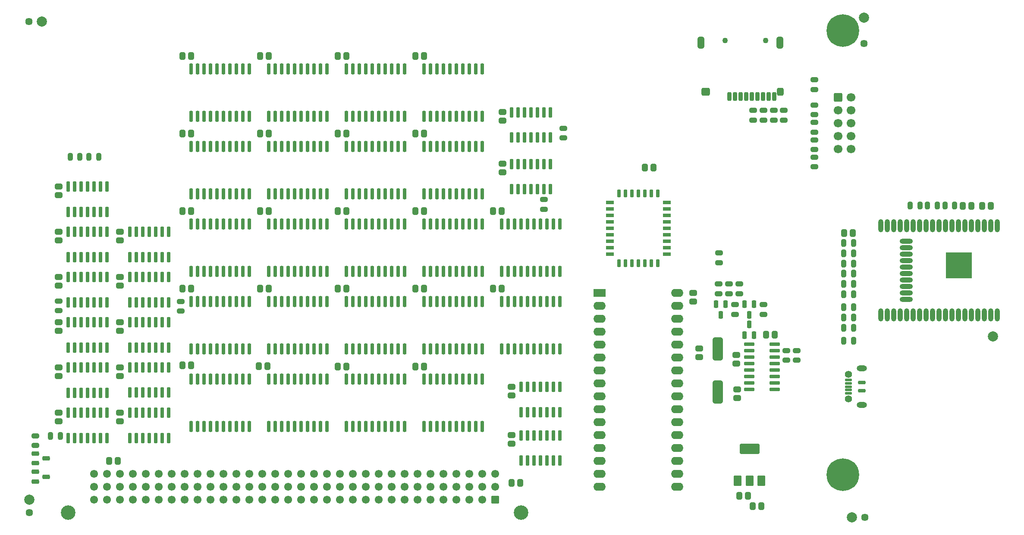
<source format=gts>
G04 #@! TF.GenerationSoftware,KiCad,Pcbnew,(6.0.2-0)*
G04 #@! TF.CreationDate,2022-04-19T10:06:05-04:00*
G04 #@! TF.ProjectId,NuBus-ESP32,4e754275-732d-4455-9350-33322e6b6963,rev?*
G04 #@! TF.SameCoordinates,Original*
G04 #@! TF.FileFunction,Soldermask,Top*
G04 #@! TF.FilePolarity,Negative*
%FSLAX46Y46*%
G04 Gerber Fmt 4.6, Leading zero omitted, Abs format (unit mm)*
G04 Created by KiCad (PCBNEW (6.0.2-0)) date 2022-04-19 10:06:05*
%MOMM*%
%LPD*%
G01*
G04 APERTURE LIST*
G04 Aperture macros list*
%AMRoundRect*
0 Rectangle with rounded corners*
0 $1 Rounding radius*
0 $2 $3 $4 $5 $6 $7 $8 $9 X,Y pos of 4 corners*
0 Add a 4 corners polygon primitive as box body*
4,1,4,$2,$3,$4,$5,$6,$7,$8,$9,$2,$3,0*
0 Add four circle primitives for the rounded corners*
1,1,$1+$1,$2,$3*
1,1,$1+$1,$4,$5*
1,1,$1+$1,$6,$7*
1,1,$1+$1,$8,$9*
0 Add four rect primitives between the rounded corners*
20,1,$1+$1,$2,$3,$4,$5,0*
20,1,$1+$1,$4,$5,$6,$7,0*
20,1,$1+$1,$6,$7,$8,$9,0*
20,1,$1+$1,$8,$9,$2,$3,0*%
G04 Aperture macros list end*
%ADD10RoundRect,0.262500X0.487500X-0.212500X0.487500X0.212500X-0.487500X0.212500X-0.487500X-0.212500X0*%
%ADD11RoundRect,0.200000X0.150000X-0.825000X0.150000X0.825000X-0.150000X0.825000X-0.150000X-0.825000X0*%
%ADD12RoundRect,0.250000X-0.600000X-0.600000X0.600000X-0.600000X0.600000X0.600000X-0.600000X0.600000X0*%
%ADD13C,1.700000*%
%ADD14O,1.000000X2.600000*%
%ADD15O,2.600000X1.000000*%
%ADD16C,0.900000*%
%ADD17RoundRect,0.050000X-0.250000X1.500000X-0.250000X-1.500000X0.250000X-1.500000X0.250000X1.500000X0*%
%ADD18RoundRect,0.050000X-0.750000X0.750000X-0.750000X-0.750000X0.750000X-0.750000X0.750000X0.750000X0*%
%ADD19RoundRect,0.050000X-1.500000X0.250000X-1.500000X-0.250000X1.500000X-0.250000X1.500000X0.250000X0*%
%ADD20RoundRect,0.050000X-2.500000X2.500000X-2.500000X-2.500000X2.500000X-2.500000X2.500000X2.500000X0*%
%ADD21RoundRect,0.262500X-0.212500X-0.487500X0.212500X-0.487500X0.212500X0.487500X-0.212500X0.487500X0*%
%ADD22RoundRect,0.262500X0.212500X0.487500X-0.212500X0.487500X-0.212500X-0.487500X0.212500X-0.487500X0*%
%ADD23RoundRect,0.312500X-0.262500X-0.437500X0.262500X-0.437500X0.262500X0.437500X-0.262500X0.437500X0*%
%ADD24C,2.850000*%
%ADD25RoundRect,0.249999X0.525001X0.525001X-0.525001X0.525001X-0.525001X-0.525001X0.525001X-0.525001X0*%
%ADD26C,1.550000*%
%ADD27R,2.400000X1.600000*%
%ADD28O,2.400000X1.600000*%
%ADD29RoundRect,0.312500X-0.437500X0.262500X-0.437500X-0.262500X0.437500X-0.262500X0.437500X0.262500X0*%
%ADD30RoundRect,0.312500X0.262500X0.437500X-0.262500X0.437500X-0.262500X-0.437500X0.262500X-0.437500X0*%
%ADD31RoundRect,0.200000X0.150000X-0.875000X0.150000X0.875000X-0.150000X0.875000X-0.150000X-0.875000X0*%
%ADD32C,0.800000*%
%ADD33C,6.400000*%
%ADD34RoundRect,0.312500X0.437500X-0.262500X0.437500X0.262500X-0.437500X0.262500X-0.437500X-0.262500X0*%
%ADD35RoundRect,0.550000X0.500000X-1.750000X0.500000X1.750000X-0.500000X1.750000X-0.500000X-1.750000X0*%
%ADD36RoundRect,0.200000X-0.825000X-0.150000X0.825000X-0.150000X0.825000X0.150000X-0.825000X0.150000X0*%
%ADD37RoundRect,0.200000X-0.150000X-0.587500X0.150000X-0.587500X0.150000X0.587500X-0.150000X0.587500X0*%
%ADD38RoundRect,0.200000X-0.587500X-0.150000X0.587500X-0.150000X0.587500X0.150000X-0.587500X0.150000X0*%
%ADD39RoundRect,0.120000X0.545000X-0.120000X0.545000X0.120000X-0.545000X0.120000X-0.545000X-0.120000X0*%
%ADD40RoundRect,0.200000X0.525000X-0.150000X0.525000X0.150000X-0.525000X0.150000X-0.525000X-0.150000X0*%
%ADD41C,1.400000*%
%ADD42O,2.000000X1.170000*%
%ADD43C,1.448000*%
%ADD44C,2.000000*%
%ADD45RoundRect,0.262500X-0.487500X0.212500X-0.487500X-0.212500X0.487500X-0.212500X0.487500X0.212500X0*%
%ADD46RoundRect,0.350000X0.450000X-0.700000X0.450000X0.700000X-0.450000X0.700000X-0.450000X-0.700000X0*%
%ADD47RoundRect,0.350000X1.600000X-0.700000X1.600000X0.700000X-1.600000X0.700000X-1.600000X-0.700000X0*%
%ADD48RoundRect,0.250000X-0.475000X-0.200000X0.475000X-0.200000X0.475000X0.200000X-0.475000X0.200000X0*%
%ADD49RoundRect,0.250000X0.200000X-0.475000X0.200000X0.475000X-0.200000X0.475000X-0.200000X-0.475000X0*%
%ADD50RoundRect,0.250000X-0.200000X0.475000X-0.200000X-0.475000X0.200000X-0.475000X0.200000X0.475000X0*%
%ADD51C,1.100000*%
%ADD52RoundRect,0.225000X0.175000X0.625000X-0.175000X0.625000X-0.175000X-0.625000X0.175000X-0.625000X0*%
%ADD53RoundRect,0.425000X0.425000X0.375000X-0.425000X0.375000X-0.425000X-0.375000X0.425000X-0.375000X0*%
%ADD54RoundRect,0.350000X0.300000X0.800000X-0.300000X0.800000X-0.300000X-0.800000X0.300000X-0.800000X0*%
%ADD55RoundRect,0.350000X0.300000X0.450000X-0.300000X0.450000X-0.300000X-0.450000X0.300000X-0.450000X0*%
G04 APERTURE END LIST*
D10*
X206438500Y-85471000D03*
X206438500Y-83571000D03*
D11*
X78740000Y-111060000D03*
X80010000Y-111060000D03*
X81280000Y-111060000D03*
X82550000Y-111060000D03*
X83820000Y-111060000D03*
X85090000Y-111060000D03*
X86360000Y-111060000D03*
X86360000Y-106110000D03*
X85090000Y-106110000D03*
X83820000Y-106110000D03*
X82550000Y-106110000D03*
X81280000Y-106110000D03*
X80010000Y-106110000D03*
X78740000Y-106110000D03*
D12*
X229870000Y-52959000D03*
D13*
X232410000Y-52959000D03*
X229870000Y-55499000D03*
X232410000Y-55499000D03*
X229870000Y-58039000D03*
X232410000Y-58039000D03*
X229870000Y-60579000D03*
X232410000Y-60579000D03*
X229870000Y-63119000D03*
X232410000Y-63119000D03*
D14*
X261048500Y-78245000D03*
X259778500Y-78245000D03*
X258508500Y-78245000D03*
X257238500Y-78245000D03*
X255968500Y-78245000D03*
X254698500Y-78245000D03*
X253428500Y-78245000D03*
X252158500Y-78245000D03*
X250888500Y-78245000D03*
X249618500Y-78245000D03*
X248348500Y-78245000D03*
X247078500Y-78245000D03*
X245808500Y-78245000D03*
X244538500Y-78245000D03*
D15*
X243258500Y-81280000D03*
D14*
X243268500Y-78245000D03*
X241998500Y-78245000D03*
D15*
X243258500Y-82550000D03*
D14*
X240728500Y-78245000D03*
D15*
X243258500Y-83820000D03*
D14*
X239458500Y-78245000D03*
D15*
X243258500Y-85090000D03*
X243258500Y-86360000D03*
D14*
X238188500Y-78245000D03*
D15*
X243258500Y-87630000D03*
D14*
X238188500Y-95745000D03*
X239458500Y-95745000D03*
D15*
X243258500Y-88900000D03*
X243258500Y-90170000D03*
D14*
X240728500Y-95745000D03*
X241998500Y-95745000D03*
D15*
X243258500Y-91440000D03*
X243258500Y-92710000D03*
D14*
X243268500Y-95745000D03*
X244538500Y-95745000D03*
X245808500Y-95745000D03*
X247078500Y-95745000D03*
X248348500Y-95745000D03*
X249618500Y-95745000D03*
X250888500Y-95745000D03*
X252158500Y-95745000D03*
X253428500Y-95745000D03*
X254698500Y-95745000D03*
X255968500Y-95745000D03*
X257238500Y-95745000D03*
X258508500Y-95745000D03*
X259778500Y-95745000D03*
X261048500Y-95745000D03*
D16*
X254645500Y-85995000D03*
D17*
X251486500Y-85995000D03*
D16*
X252391500Y-87122000D03*
X252391500Y-85995000D03*
D18*
X253518500Y-85995000D03*
D16*
X253518500Y-84868000D03*
X252391500Y-84868000D03*
X254645500Y-87122000D03*
D17*
X255550500Y-85995000D03*
D19*
X253518500Y-88154000D03*
D16*
X253518500Y-87122000D03*
D19*
X253518500Y-83963000D03*
D16*
X254645500Y-84868000D03*
D20*
X253518500Y-85995000D03*
D10*
X225171000Y-63246000D03*
X225171000Y-61346000D03*
D21*
X230950000Y-81650000D03*
X232850000Y-81650000D03*
D22*
X232850000Y-100850000D03*
X230950000Y-100850000D03*
D23*
X165735000Y-128778000D03*
X167435000Y-128778000D03*
D21*
X82809000Y-64643000D03*
X84709000Y-64643000D03*
D24*
X78740000Y-134620000D03*
X167640000Y-134620000D03*
D25*
X162560000Y-132080000D03*
D26*
X160020000Y-132080000D03*
X157480000Y-132080000D03*
X154940000Y-132080000D03*
X152400000Y-132080000D03*
X149860000Y-132080000D03*
X147320000Y-132080000D03*
X144780000Y-132080000D03*
X142240000Y-132080000D03*
X139700000Y-132080000D03*
X137160000Y-132080000D03*
X134620000Y-132080000D03*
X132080000Y-132080000D03*
X129540000Y-132080000D03*
X127000000Y-132080000D03*
X124460000Y-132080000D03*
X121920000Y-132080000D03*
X119380000Y-132080000D03*
X116840000Y-132080000D03*
X114300000Y-132080000D03*
X111760000Y-132080000D03*
X109220000Y-132080000D03*
X106680000Y-132080000D03*
X104140000Y-132080000D03*
X101600000Y-132080000D03*
X99060000Y-132080000D03*
X96520000Y-132080000D03*
X93980000Y-132080000D03*
X91440000Y-132080000D03*
X88900000Y-132080000D03*
X86360000Y-132080000D03*
X83820000Y-132080000D03*
X162560000Y-129540000D03*
X160020000Y-129540000D03*
X157480000Y-129540000D03*
X154940000Y-129540000D03*
X152400000Y-129540000D03*
X149860000Y-129540000D03*
X147320000Y-129540000D03*
X144780000Y-129540000D03*
X142240000Y-129540000D03*
X139700000Y-129540000D03*
X137160000Y-129540000D03*
X134620000Y-129540000D03*
X132080000Y-129540000D03*
X129540000Y-129540000D03*
X127000000Y-129540000D03*
X124460000Y-129540000D03*
X121920000Y-129540000D03*
X119380000Y-129540000D03*
X116840000Y-129540000D03*
X114300000Y-129540000D03*
X111760000Y-129540000D03*
X109220000Y-129540000D03*
X106680000Y-129540000D03*
X104140000Y-129540000D03*
X101600000Y-129540000D03*
X99060000Y-129540000D03*
X96520000Y-129540000D03*
X93980000Y-129540000D03*
X91440000Y-129540000D03*
X88900000Y-129540000D03*
X86360000Y-129540000D03*
X83820000Y-129540000D03*
X162560000Y-127000000D03*
X160020000Y-127000000D03*
X157480000Y-127000000D03*
X154940000Y-127000000D03*
X152400000Y-127000000D03*
X149860000Y-127000000D03*
X147320000Y-127000000D03*
X144780000Y-127000000D03*
X142240000Y-127000000D03*
X139700000Y-127000000D03*
X137160000Y-127000000D03*
X134620000Y-127000000D03*
X132080000Y-127000000D03*
X129540000Y-127000000D03*
X127000000Y-127000000D03*
X124460000Y-127000000D03*
X121920000Y-127000000D03*
X119380000Y-127000000D03*
X116840000Y-127000000D03*
X114300000Y-127000000D03*
X111760000Y-127000000D03*
X109220000Y-127000000D03*
X106680000Y-127000000D03*
X104140000Y-127000000D03*
X101600000Y-127000000D03*
X99060000Y-127000000D03*
X96520000Y-127000000D03*
X93980000Y-127000000D03*
X91440000Y-127000000D03*
X88900000Y-127000000D03*
X86360000Y-127000000D03*
X83820000Y-127000000D03*
D27*
X183007000Y-91440000D03*
D28*
X183007000Y-93980000D03*
X183007000Y-96520000D03*
X183007000Y-99060000D03*
X183007000Y-101600000D03*
X183007000Y-104140000D03*
X183007000Y-106680000D03*
X183007000Y-109220000D03*
X183007000Y-111760000D03*
X183007000Y-114300000D03*
X183007000Y-116840000D03*
X183007000Y-119380000D03*
X183007000Y-121920000D03*
X183007000Y-124460000D03*
X183007000Y-127000000D03*
X183007000Y-129540000D03*
X198247000Y-129540000D03*
X198247000Y-127000000D03*
X198247000Y-124460000D03*
X198247000Y-121920000D03*
X198247000Y-119380000D03*
X198247000Y-116840000D03*
X198247000Y-114300000D03*
X198247000Y-111760000D03*
X198247000Y-109220000D03*
X198247000Y-106680000D03*
X198247000Y-104140000D03*
X198247000Y-101600000D03*
X198247000Y-99060000D03*
X198247000Y-96520000D03*
X198247000Y-93980000D03*
X198247000Y-91440000D03*
D29*
X76835000Y-97155000D03*
X76835000Y-98855000D03*
X76835000Y-88265000D03*
X76835000Y-89965000D03*
D30*
X148590000Y-44831000D03*
X146890000Y-44831000D03*
D31*
X118110000Y-117680000D03*
X119380000Y-117680000D03*
X120650000Y-117680000D03*
X121920000Y-117680000D03*
X123190000Y-117680000D03*
X124460000Y-117680000D03*
X125730000Y-117680000D03*
X127000000Y-117680000D03*
X128270000Y-117680000D03*
X129540000Y-117680000D03*
X129540000Y-108380000D03*
X128270000Y-108380000D03*
X127000000Y-108380000D03*
X125730000Y-108380000D03*
X124460000Y-108380000D03*
X123190000Y-108380000D03*
X121920000Y-108380000D03*
X120650000Y-108380000D03*
X119380000Y-108380000D03*
X118110000Y-108380000D03*
D30*
X163830000Y-90551000D03*
X162130000Y-90551000D03*
X163830000Y-75311000D03*
X162130000Y-75311000D03*
D31*
X102870000Y-87200000D03*
X104140000Y-87200000D03*
X105410000Y-87200000D03*
X106680000Y-87200000D03*
X107950000Y-87200000D03*
X109220000Y-87200000D03*
X110490000Y-87200000D03*
X111760000Y-87200000D03*
X113030000Y-87200000D03*
X114300000Y-87200000D03*
X114300000Y-77900000D03*
X113030000Y-77900000D03*
X111760000Y-77900000D03*
X110490000Y-77900000D03*
X109220000Y-77900000D03*
X107950000Y-77900000D03*
X106680000Y-77900000D03*
X105410000Y-77900000D03*
X104140000Y-77900000D03*
X102870000Y-77900000D03*
X102870000Y-117680000D03*
X104140000Y-117680000D03*
X105410000Y-117680000D03*
X106680000Y-117680000D03*
X107950000Y-117680000D03*
X109220000Y-117680000D03*
X110490000Y-117680000D03*
X111760000Y-117680000D03*
X113030000Y-117680000D03*
X114300000Y-117680000D03*
X114300000Y-108380000D03*
X113030000Y-108380000D03*
X111760000Y-108380000D03*
X110490000Y-108380000D03*
X109220000Y-108380000D03*
X107950000Y-108380000D03*
X106680000Y-108380000D03*
X105410000Y-108380000D03*
X104140000Y-108380000D03*
X102870000Y-108380000D03*
X163830000Y-87200000D03*
X165100000Y-87200000D03*
X166370000Y-87200000D03*
X167640000Y-87200000D03*
X168910000Y-87200000D03*
X170180000Y-87200000D03*
X171450000Y-87200000D03*
X172720000Y-87200000D03*
X173990000Y-87200000D03*
X175260000Y-87200000D03*
X175260000Y-77900000D03*
X173990000Y-77900000D03*
X172720000Y-77900000D03*
X171450000Y-77900000D03*
X170180000Y-77900000D03*
X168910000Y-77900000D03*
X167640000Y-77900000D03*
X166370000Y-77900000D03*
X165100000Y-77900000D03*
X163830000Y-77900000D03*
D22*
X232850000Y-98250000D03*
X230950000Y-98250000D03*
D11*
X78740000Y-119950000D03*
X80010000Y-119950000D03*
X81280000Y-119950000D03*
X82550000Y-119950000D03*
X83820000Y-119950000D03*
X85090000Y-119950000D03*
X86360000Y-119950000D03*
X86360000Y-115000000D03*
X85090000Y-115000000D03*
X83820000Y-115000000D03*
X82550000Y-115000000D03*
X81280000Y-115000000D03*
X80010000Y-115000000D03*
X78740000Y-115000000D03*
D32*
X230759000Y-124727000D03*
D33*
X230759000Y-127127000D03*
D32*
X230759000Y-129527000D03*
X232456056Y-125429944D03*
X229061944Y-128824056D03*
X228359000Y-127127000D03*
X229061944Y-125429944D03*
X232456056Y-128824056D03*
X233159000Y-127127000D03*
D11*
X165735000Y-60895000D03*
X167005000Y-60895000D03*
X168275000Y-60895000D03*
X169545000Y-60895000D03*
X170815000Y-60895000D03*
X172085000Y-60895000D03*
X173355000Y-60895000D03*
X173355000Y-55945000D03*
X172085000Y-55945000D03*
X170815000Y-55945000D03*
X169545000Y-55945000D03*
X168275000Y-55945000D03*
X167005000Y-55945000D03*
X165735000Y-55945000D03*
D29*
X163957000Y-66040000D03*
X163957000Y-67740000D03*
D11*
X165735000Y-71055000D03*
X167005000Y-71055000D03*
X168275000Y-71055000D03*
X169545000Y-71055000D03*
X170815000Y-71055000D03*
X172085000Y-71055000D03*
X173355000Y-71055000D03*
X173355000Y-66105000D03*
X172085000Y-66105000D03*
X170815000Y-66105000D03*
X169545000Y-66105000D03*
X168275000Y-66105000D03*
X167005000Y-66105000D03*
X165735000Y-66105000D03*
D31*
X148590000Y-117680000D03*
X149860000Y-117680000D03*
X151130000Y-117680000D03*
X152400000Y-117680000D03*
X153670000Y-117680000D03*
X154940000Y-117680000D03*
X156210000Y-117680000D03*
X157480000Y-117680000D03*
X158750000Y-117680000D03*
X160020000Y-117680000D03*
X160020000Y-108380000D03*
X158750000Y-108380000D03*
X157480000Y-108380000D03*
X156210000Y-108380000D03*
X154940000Y-108380000D03*
X153670000Y-108380000D03*
X152400000Y-108380000D03*
X151130000Y-108380000D03*
X149860000Y-108380000D03*
X148590000Y-108380000D03*
D29*
X163957000Y-55880000D03*
X163957000Y-57580000D03*
D23*
X191897000Y-66802000D03*
X193597000Y-66802000D03*
D30*
X88480000Y-124460000D03*
X86780000Y-124460000D03*
D31*
X133350000Y-71960000D03*
X134620000Y-71960000D03*
X135890000Y-71960000D03*
X137160000Y-71960000D03*
X138430000Y-71960000D03*
X139700000Y-71960000D03*
X140970000Y-71960000D03*
X142240000Y-71960000D03*
X143510000Y-71960000D03*
X144780000Y-71960000D03*
X144780000Y-62660000D03*
X143510000Y-62660000D03*
X142240000Y-62660000D03*
X140970000Y-62660000D03*
X139700000Y-62660000D03*
X138430000Y-62660000D03*
X137160000Y-62660000D03*
X135890000Y-62660000D03*
X134620000Y-62660000D03*
X133350000Y-62660000D03*
D29*
X165735000Y-119380000D03*
X165735000Y-121080000D03*
X165735000Y-109855000D03*
X165735000Y-111555000D03*
D30*
X117856000Y-105791000D03*
X116156000Y-105791000D03*
X118110000Y-90551000D03*
X116410000Y-90551000D03*
X133350000Y-90551000D03*
X131650000Y-90551000D03*
X148590000Y-90551000D03*
X146890000Y-90551000D03*
X133350000Y-105918000D03*
X131650000Y-105918000D03*
D32*
X232456056Y-41575056D03*
X232456056Y-38180944D03*
X230759000Y-42278000D03*
X229061944Y-41575056D03*
X233159000Y-39878000D03*
X229061944Y-38180944D03*
X228359000Y-39878000D03*
D33*
X230759000Y-39878000D03*
D32*
X230759000Y-37478000D03*
D34*
X209867500Y-105283000D03*
X209867500Y-103583000D03*
D35*
X206216000Y-110919000D03*
X206216000Y-102419000D03*
D11*
X90805000Y-84390000D03*
X92075000Y-84390000D03*
X93345000Y-84390000D03*
X94615000Y-84390000D03*
X95885000Y-84390000D03*
X97155000Y-84390000D03*
X98425000Y-84390000D03*
X98425000Y-79440000D03*
X97155000Y-79440000D03*
X95885000Y-79440000D03*
X94615000Y-79440000D03*
X93345000Y-79440000D03*
X92075000Y-79440000D03*
X90805000Y-79440000D03*
D30*
X118110000Y-75311000D03*
X116410000Y-75311000D03*
D31*
X102870000Y-102440000D03*
X104140000Y-102440000D03*
X105410000Y-102440000D03*
X106680000Y-102440000D03*
X107950000Y-102440000D03*
X109220000Y-102440000D03*
X110490000Y-102440000D03*
X111760000Y-102440000D03*
X113030000Y-102440000D03*
X114300000Y-102440000D03*
X114300000Y-93140000D03*
X113030000Y-93140000D03*
X111760000Y-93140000D03*
X110490000Y-93140000D03*
X109220000Y-93140000D03*
X107950000Y-93140000D03*
X106680000Y-93140000D03*
X105410000Y-93140000D03*
X104140000Y-93140000D03*
X102870000Y-93140000D03*
D30*
X102870000Y-75311000D03*
X101170000Y-75311000D03*
X148590000Y-105918000D03*
X146890000Y-105918000D03*
D11*
X78740000Y-102170000D03*
X80010000Y-102170000D03*
X81280000Y-102170000D03*
X82550000Y-102170000D03*
X83820000Y-102170000D03*
X85090000Y-102170000D03*
X86360000Y-102170000D03*
X86360000Y-97220000D03*
X85090000Y-97220000D03*
X83820000Y-97220000D03*
X82550000Y-97220000D03*
X81280000Y-97220000D03*
X80010000Y-97220000D03*
X78740000Y-97220000D03*
D30*
X259778500Y-74295000D03*
X258078500Y-74295000D03*
D23*
X254317500Y-74295000D03*
X256017500Y-74295000D03*
D31*
X118110000Y-87200000D03*
X119380000Y-87200000D03*
X120650000Y-87200000D03*
X121920000Y-87200000D03*
X123190000Y-87200000D03*
X124460000Y-87200000D03*
X125730000Y-87200000D03*
X127000000Y-87200000D03*
X128270000Y-87200000D03*
X129540000Y-87200000D03*
X129540000Y-77900000D03*
X128270000Y-77900000D03*
X127000000Y-77900000D03*
X125730000Y-77900000D03*
X124460000Y-77900000D03*
X123190000Y-77900000D03*
X121920000Y-77900000D03*
X120650000Y-77900000D03*
X119380000Y-77900000D03*
X118110000Y-77900000D03*
D29*
X76835000Y-114935000D03*
X76835000Y-116635000D03*
D11*
X90805000Y-102170000D03*
X92075000Y-102170000D03*
X93345000Y-102170000D03*
X94615000Y-102170000D03*
X95885000Y-102170000D03*
X97155000Y-102170000D03*
X98425000Y-102170000D03*
X98425000Y-97220000D03*
X97155000Y-97220000D03*
X95885000Y-97220000D03*
X94615000Y-97220000D03*
X93345000Y-97220000D03*
X92075000Y-97220000D03*
X90805000Y-97220000D03*
X78740000Y-84390000D03*
X80010000Y-84390000D03*
X81280000Y-84390000D03*
X82550000Y-84390000D03*
X83820000Y-84390000D03*
X85090000Y-84390000D03*
X86360000Y-84390000D03*
X86360000Y-79440000D03*
X85090000Y-79440000D03*
X83820000Y-79440000D03*
X82550000Y-79440000D03*
X81280000Y-79440000D03*
X80010000Y-79440000D03*
X78740000Y-79440000D03*
X78740000Y-93280000D03*
X80010000Y-93280000D03*
X81280000Y-93280000D03*
X82550000Y-93280000D03*
X83820000Y-93280000D03*
X85090000Y-93280000D03*
X86360000Y-93280000D03*
X86360000Y-88330000D03*
X85090000Y-88330000D03*
X83820000Y-88330000D03*
X82550000Y-88330000D03*
X81280000Y-88330000D03*
X80010000Y-88330000D03*
X78740000Y-88330000D03*
D29*
X88900000Y-97155000D03*
X88900000Y-98855000D03*
X76835000Y-70485000D03*
X76835000Y-72185000D03*
D36*
X212409000Y-101473000D03*
X212409000Y-102743000D03*
X212409000Y-104013000D03*
X212409000Y-105283000D03*
X212409000Y-106553000D03*
X212409000Y-107823000D03*
X212409000Y-109093000D03*
X212409000Y-110363000D03*
X217359000Y-110363000D03*
X217359000Y-109093000D03*
X217359000Y-107823000D03*
X217359000Y-106553000D03*
X217359000Y-105283000D03*
X217359000Y-104013000D03*
X217359000Y-102743000D03*
X217359000Y-101473000D03*
D31*
X133350000Y-87200000D03*
X134620000Y-87200000D03*
X135890000Y-87200000D03*
X137160000Y-87200000D03*
X138430000Y-87200000D03*
X139700000Y-87200000D03*
X140970000Y-87200000D03*
X142240000Y-87200000D03*
X143510000Y-87200000D03*
X144780000Y-87200000D03*
X144780000Y-77900000D03*
X143510000Y-77900000D03*
X142240000Y-77900000D03*
X140970000Y-77900000D03*
X139700000Y-77900000D03*
X138430000Y-77900000D03*
X137160000Y-77900000D03*
X135890000Y-77900000D03*
X134620000Y-77900000D03*
X133350000Y-77900000D03*
D30*
X214750000Y-133350000D03*
X213050000Y-133350000D03*
X217360500Y-99631500D03*
X215660500Y-99631500D03*
D29*
X202565000Y-102362000D03*
X202565000Y-104062000D03*
D31*
X118110000Y-102440000D03*
X119380000Y-102440000D03*
X120650000Y-102440000D03*
X121920000Y-102440000D03*
X123190000Y-102440000D03*
X124460000Y-102440000D03*
X125730000Y-102440000D03*
X127000000Y-102440000D03*
X128270000Y-102440000D03*
X129540000Y-102440000D03*
X129540000Y-93140000D03*
X128270000Y-93140000D03*
X127000000Y-93140000D03*
X125730000Y-93140000D03*
X124460000Y-93140000D03*
X123190000Y-93140000D03*
X121920000Y-93140000D03*
X120650000Y-93140000D03*
X119380000Y-93140000D03*
X118110000Y-93140000D03*
X133350000Y-102440000D03*
X134620000Y-102440000D03*
X135890000Y-102440000D03*
X137160000Y-102440000D03*
X138430000Y-102440000D03*
X139700000Y-102440000D03*
X140970000Y-102440000D03*
X142240000Y-102440000D03*
X143510000Y-102440000D03*
X144780000Y-102440000D03*
X144780000Y-93140000D03*
X143510000Y-93140000D03*
X142240000Y-93140000D03*
X140970000Y-93140000D03*
X139700000Y-93140000D03*
X138430000Y-93140000D03*
X137160000Y-93140000D03*
X135890000Y-93140000D03*
X134620000Y-93140000D03*
X133350000Y-93140000D03*
D11*
X167640000Y-114870000D03*
X168910000Y-114870000D03*
X170180000Y-114870000D03*
X171450000Y-114870000D03*
X172720000Y-114870000D03*
X173990000Y-114870000D03*
X175260000Y-114870000D03*
X175260000Y-109920000D03*
X173990000Y-109920000D03*
X172720000Y-109920000D03*
X171450000Y-109920000D03*
X170180000Y-109920000D03*
X168910000Y-109920000D03*
X167640000Y-109920000D03*
D29*
X76835000Y-106045000D03*
X76835000Y-107745000D03*
X88900000Y-106045000D03*
X88900000Y-107745000D03*
X88900000Y-114935000D03*
X88900000Y-116635000D03*
D11*
X90805000Y-119950000D03*
X92075000Y-119950000D03*
X93345000Y-119950000D03*
X94615000Y-119950000D03*
X95885000Y-119950000D03*
X97155000Y-119950000D03*
X98425000Y-119950000D03*
X98425000Y-115000000D03*
X97155000Y-115000000D03*
X95885000Y-115000000D03*
X94615000Y-115000000D03*
X93345000Y-115000000D03*
X92075000Y-115000000D03*
X90805000Y-115000000D03*
D30*
X212150000Y-131350000D03*
X210450000Y-131350000D03*
D22*
X232850000Y-96250000D03*
X230950000Y-96250000D03*
D29*
X76835000Y-79375000D03*
X76835000Y-81075000D03*
D37*
X190627000Y-71902500D03*
X189357000Y-71902500D03*
X188087000Y-71902500D03*
X186817000Y-71902500D03*
D38*
X185064500Y-73660000D03*
X185064500Y-74930000D03*
X185064500Y-76200000D03*
X185064500Y-77470000D03*
X185064500Y-78740000D03*
X185064500Y-80010000D03*
X185064500Y-81280000D03*
X185064500Y-82550000D03*
X185064500Y-83820000D03*
D37*
X186817000Y-85577500D03*
X188087000Y-85577500D03*
X189357000Y-85577500D03*
X190627000Y-85577500D03*
X191897000Y-85577500D03*
X193167000Y-85577500D03*
X194437000Y-85577500D03*
D38*
X196189500Y-83820000D03*
X196189500Y-82550000D03*
X196189500Y-81280000D03*
X196189500Y-80010000D03*
X196189500Y-78740000D03*
X196189500Y-77470000D03*
X196189500Y-76200000D03*
X196189500Y-74930000D03*
X196189500Y-73660000D03*
D37*
X194437000Y-71902500D03*
X193167000Y-71902500D03*
X191897000Y-71902500D03*
D29*
X88900000Y-79375000D03*
X88900000Y-81075000D03*
X88900000Y-88265000D03*
X88900000Y-89965000D03*
D30*
X102870000Y-105664000D03*
X101170000Y-105664000D03*
X102870000Y-90551000D03*
X101170000Y-90551000D03*
X133350000Y-60071000D03*
X131650000Y-60071000D03*
X148590000Y-60071000D03*
X146890000Y-60071000D03*
X148590000Y-75311000D03*
X146890000Y-75311000D03*
X133350000Y-75311000D03*
X131650000Y-75311000D03*
X102870000Y-60071000D03*
X101170000Y-60071000D03*
X118110000Y-60071000D03*
X116410000Y-60071000D03*
X102870000Y-44831000D03*
X101170000Y-44831000D03*
X118110000Y-44831000D03*
X116410000Y-44831000D03*
X133350000Y-44831000D03*
X131650000Y-44831000D03*
D22*
X77150000Y-119507000D03*
X75250000Y-119507000D03*
D11*
X78740000Y-75500000D03*
X80010000Y-75500000D03*
X81280000Y-75500000D03*
X82550000Y-75500000D03*
X83820000Y-75500000D03*
X85090000Y-75500000D03*
X86360000Y-75500000D03*
X86360000Y-70550000D03*
X85090000Y-70550000D03*
X83820000Y-70550000D03*
X82550000Y-70550000D03*
X81280000Y-70550000D03*
X80010000Y-70550000D03*
X78740000Y-70550000D03*
D10*
X76835000Y-94930000D03*
X76835000Y-93030000D03*
D31*
X102870000Y-71960000D03*
X104140000Y-71960000D03*
X105410000Y-71960000D03*
X106680000Y-71960000D03*
X107950000Y-71960000D03*
X109220000Y-71960000D03*
X110490000Y-71960000D03*
X111760000Y-71960000D03*
X113030000Y-71960000D03*
X114300000Y-71960000D03*
X114300000Y-62660000D03*
X113030000Y-62660000D03*
X111760000Y-62660000D03*
X110490000Y-62660000D03*
X109220000Y-62660000D03*
X107950000Y-62660000D03*
X106680000Y-62660000D03*
X105410000Y-62660000D03*
X104140000Y-62660000D03*
X102870000Y-62660000D03*
D11*
X90805000Y-93280000D03*
X92075000Y-93280000D03*
X93345000Y-93280000D03*
X94615000Y-93280000D03*
X95885000Y-93280000D03*
X97155000Y-93280000D03*
X98425000Y-93280000D03*
X98425000Y-88330000D03*
X97155000Y-88330000D03*
X95885000Y-88330000D03*
X94615000Y-88330000D03*
X93345000Y-88330000D03*
X92075000Y-88330000D03*
X90805000Y-88330000D03*
D31*
X118110000Y-71960000D03*
X119380000Y-71960000D03*
X120650000Y-71960000D03*
X121920000Y-71960000D03*
X123190000Y-71960000D03*
X124460000Y-71960000D03*
X125730000Y-71960000D03*
X127000000Y-71960000D03*
X128270000Y-71960000D03*
X129540000Y-71960000D03*
X129540000Y-62660000D03*
X128270000Y-62660000D03*
X127000000Y-62660000D03*
X125730000Y-62660000D03*
X124460000Y-62660000D03*
X123190000Y-62660000D03*
X121920000Y-62660000D03*
X120650000Y-62660000D03*
X119380000Y-62660000D03*
X118110000Y-62660000D03*
D39*
X231875000Y-111150000D03*
X231875000Y-110500000D03*
X231875000Y-109850000D03*
X231875000Y-109200000D03*
X231875000Y-108550000D03*
D40*
X234525000Y-110650000D03*
D41*
X231850000Y-112275000D03*
X231850000Y-107425000D03*
D40*
X234525000Y-109050000D03*
D42*
X234500000Y-113450000D03*
X234500000Y-106250000D03*
D43*
X70993000Y-38100000D03*
X234950000Y-42418000D03*
X235077000Y-135509000D03*
X71120000Y-134620000D03*
D44*
X73533000Y-38100000D03*
X234950000Y-37338000D03*
X232537000Y-135509000D03*
X71120000Y-132080000D03*
D29*
X201422000Y-91440000D03*
X201422000Y-93140000D03*
D31*
X148590000Y-56720000D03*
X149860000Y-56720000D03*
X151130000Y-56720000D03*
X152400000Y-56720000D03*
X153670000Y-56720000D03*
X154940000Y-56720000D03*
X156210000Y-56720000D03*
X157480000Y-56720000D03*
X158750000Y-56720000D03*
X160020000Y-56720000D03*
X160020000Y-47420000D03*
X158750000Y-47420000D03*
X157480000Y-47420000D03*
X156210000Y-47420000D03*
X154940000Y-47420000D03*
X153670000Y-47420000D03*
X152400000Y-47420000D03*
X151130000Y-47420000D03*
X149860000Y-47420000D03*
X148590000Y-47420000D03*
X133350000Y-56720000D03*
X134620000Y-56720000D03*
X135890000Y-56720000D03*
X137160000Y-56720000D03*
X138430000Y-56720000D03*
X139700000Y-56720000D03*
X140970000Y-56720000D03*
X142240000Y-56720000D03*
X143510000Y-56720000D03*
X144780000Y-56720000D03*
X144780000Y-47420000D03*
X143510000Y-47420000D03*
X142240000Y-47420000D03*
X140970000Y-47420000D03*
X139700000Y-47420000D03*
X138430000Y-47420000D03*
X137160000Y-47420000D03*
X135890000Y-47420000D03*
X134620000Y-47420000D03*
X133350000Y-47420000D03*
X118110000Y-56720000D03*
X119380000Y-56720000D03*
X120650000Y-56720000D03*
X121920000Y-56720000D03*
X123190000Y-56720000D03*
X124460000Y-56720000D03*
X125730000Y-56720000D03*
X127000000Y-56720000D03*
X128270000Y-56720000D03*
X129540000Y-56720000D03*
X129540000Y-47420000D03*
X128270000Y-47420000D03*
X127000000Y-47420000D03*
X125730000Y-47420000D03*
X124460000Y-47420000D03*
X123190000Y-47420000D03*
X121920000Y-47420000D03*
X120650000Y-47420000D03*
X119380000Y-47420000D03*
X118110000Y-47420000D03*
X102870000Y-56720000D03*
X104140000Y-56720000D03*
X105410000Y-56720000D03*
X106680000Y-56720000D03*
X107950000Y-56720000D03*
X109220000Y-56720000D03*
X110490000Y-56720000D03*
X111760000Y-56720000D03*
X113030000Y-56720000D03*
X114300000Y-56720000D03*
X114300000Y-47420000D03*
X113030000Y-47420000D03*
X111760000Y-47420000D03*
X110490000Y-47420000D03*
X109220000Y-47420000D03*
X107950000Y-47420000D03*
X106680000Y-47420000D03*
X105410000Y-47420000D03*
X104140000Y-47420000D03*
X102870000Y-47420000D03*
X148590000Y-71960000D03*
X149860000Y-71960000D03*
X151130000Y-71960000D03*
X152400000Y-71960000D03*
X153670000Y-71960000D03*
X154940000Y-71960000D03*
X156210000Y-71960000D03*
X157480000Y-71960000D03*
X158750000Y-71960000D03*
X160020000Y-71960000D03*
X160020000Y-62660000D03*
X158750000Y-62660000D03*
X157480000Y-62660000D03*
X156210000Y-62660000D03*
X154940000Y-62660000D03*
X153670000Y-62660000D03*
X152400000Y-62660000D03*
X151130000Y-62660000D03*
X149860000Y-62660000D03*
X148590000Y-62660000D03*
D22*
X232850000Y-89650000D03*
X230950000Y-89650000D03*
D45*
X225171000Y-49535000D03*
X225171000Y-51435000D03*
X225171000Y-57912000D03*
X225171000Y-59812000D03*
D21*
X230950000Y-87650000D03*
X232850000Y-87650000D03*
D10*
X225171000Y-56383000D03*
X225171000Y-54483000D03*
D21*
X230950000Y-85650000D03*
X232850000Y-85650000D03*
D10*
X219200000Y-57450000D03*
X219200000Y-55550000D03*
X213200000Y-57450000D03*
X213200000Y-55550000D03*
X217200000Y-57450000D03*
X217200000Y-55550000D03*
X215200000Y-57450000D03*
X215200000Y-55550000D03*
D22*
X245908000Y-74275000D03*
X244008000Y-74275000D03*
D10*
X72300000Y-121400000D03*
X72300000Y-119500000D03*
D21*
X250808000Y-74275000D03*
X252708000Y-74275000D03*
D30*
X232750000Y-79650000D03*
X231050000Y-79650000D03*
D10*
X221742000Y-104643000D03*
X221742000Y-102743000D03*
X209614000Y-95650000D03*
X209614000Y-93750000D03*
X215214000Y-95650000D03*
X215214000Y-93750000D03*
X225171000Y-66647000D03*
X225171000Y-64747000D03*
D22*
X232850000Y-94250000D03*
X230950000Y-94250000D03*
D21*
X230950000Y-91650000D03*
X232850000Y-91650000D03*
D45*
X219710000Y-102743000D03*
X219710000Y-104643000D03*
D44*
X260223000Y-99949000D03*
D46*
X210150000Y-128350000D03*
D47*
X212450000Y-122050000D03*
D46*
X212450000Y-128350000D03*
X214750000Y-128350000D03*
D21*
X230950000Y-83650000D03*
X232850000Y-83650000D03*
D22*
X249308000Y-74275000D03*
X247408000Y-74275000D03*
D48*
X72300000Y-126600000D03*
X72300000Y-128500000D03*
X74400000Y-127550000D03*
X72300000Y-123000000D03*
X72300000Y-124900000D03*
X74400000Y-123950000D03*
D49*
X211464000Y-99750000D03*
X213364000Y-99750000D03*
X212414000Y-97650000D03*
D50*
X207764000Y-93650000D03*
X205864000Y-93650000D03*
X206814000Y-95750000D03*
X213364000Y-93650000D03*
X211464000Y-93650000D03*
X212414000Y-95750000D03*
D51*
X207650000Y-41850000D03*
X215650000Y-41850000D03*
D52*
X208500000Y-52850000D03*
X209600000Y-52850000D03*
X210700000Y-52850000D03*
X211800000Y-52850000D03*
X212900000Y-52850000D03*
X214000000Y-52850000D03*
X215100000Y-52850000D03*
X216200000Y-52850000D03*
X217300000Y-52850000D03*
D53*
X203850000Y-51850000D03*
D54*
X218450000Y-42250000D03*
X202950000Y-42250000D03*
D55*
X218500000Y-51850000D03*
D29*
X210058000Y-110363000D03*
X210058000Y-112063000D03*
D31*
X148590000Y-87200000D03*
X149860000Y-87200000D03*
X151130000Y-87200000D03*
X152400000Y-87200000D03*
X153670000Y-87200000D03*
X154940000Y-87200000D03*
X156210000Y-87200000D03*
X157480000Y-87200000D03*
X158750000Y-87200000D03*
X160020000Y-87200000D03*
X160020000Y-77900000D03*
X158750000Y-77900000D03*
X157480000Y-77900000D03*
X156210000Y-77900000D03*
X154940000Y-77900000D03*
X153670000Y-77900000D03*
X152400000Y-77900000D03*
X151130000Y-77900000D03*
X149860000Y-77900000D03*
X148590000Y-77900000D03*
D11*
X167640000Y-124395000D03*
X168910000Y-124395000D03*
X170180000Y-124395000D03*
X171450000Y-124395000D03*
X172720000Y-124395000D03*
X173990000Y-124395000D03*
X175260000Y-124395000D03*
X175260000Y-119445000D03*
X173990000Y-119445000D03*
X172720000Y-119445000D03*
X171450000Y-119445000D03*
X170180000Y-119445000D03*
X168910000Y-119445000D03*
X167640000Y-119445000D03*
X90805000Y-110995000D03*
X92075000Y-110995000D03*
X93345000Y-110995000D03*
X94615000Y-110995000D03*
X95885000Y-110995000D03*
X97155000Y-110995000D03*
X98425000Y-110995000D03*
X98425000Y-106045000D03*
X97155000Y-106045000D03*
X95885000Y-106045000D03*
X94615000Y-106045000D03*
X93345000Y-106045000D03*
X92075000Y-106045000D03*
X90805000Y-106045000D03*
D31*
X133350000Y-117680000D03*
X134620000Y-117680000D03*
X135890000Y-117680000D03*
X137160000Y-117680000D03*
X138430000Y-117680000D03*
X139700000Y-117680000D03*
X140970000Y-117680000D03*
X142240000Y-117680000D03*
X143510000Y-117680000D03*
X144780000Y-117680000D03*
X144780000Y-108380000D03*
X143510000Y-108380000D03*
X142240000Y-108380000D03*
X140970000Y-108380000D03*
X139700000Y-108380000D03*
X138430000Y-108380000D03*
X137160000Y-108380000D03*
X135890000Y-108380000D03*
X134620000Y-108380000D03*
X133350000Y-108380000D03*
X163830000Y-102440000D03*
X165100000Y-102440000D03*
X166370000Y-102440000D03*
X167640000Y-102440000D03*
X168910000Y-102440000D03*
X170180000Y-102440000D03*
X171450000Y-102440000D03*
X172720000Y-102440000D03*
X173990000Y-102440000D03*
X175260000Y-102440000D03*
X175260000Y-93140000D03*
X173990000Y-93140000D03*
X172720000Y-93140000D03*
X171450000Y-93140000D03*
X170180000Y-93140000D03*
X168910000Y-93140000D03*
X167640000Y-93140000D03*
X166370000Y-93140000D03*
X165100000Y-93140000D03*
X163830000Y-93140000D03*
X148590000Y-102440000D03*
X149860000Y-102440000D03*
X151130000Y-102440000D03*
X152400000Y-102440000D03*
X153670000Y-102440000D03*
X154940000Y-102440000D03*
X156210000Y-102440000D03*
X157480000Y-102440000D03*
X158750000Y-102440000D03*
X160020000Y-102440000D03*
X160020000Y-93140000D03*
X158750000Y-93140000D03*
X157480000Y-93140000D03*
X156210000Y-93140000D03*
X154940000Y-93140000D03*
X153670000Y-93140000D03*
X152400000Y-93140000D03*
X151130000Y-93140000D03*
X149860000Y-93140000D03*
X148590000Y-93140000D03*
D45*
X175895000Y-59055000D03*
X175895000Y-60955000D03*
D10*
X172085000Y-74991000D03*
X172085000Y-73091000D03*
D22*
X81021000Y-64643000D03*
X79121000Y-64643000D03*
D10*
X210439000Y-91562000D03*
X210439000Y-89662000D03*
D45*
X206375000Y-89662000D03*
X206375000Y-91562000D03*
D10*
X208407000Y-91562000D03*
X208407000Y-89662000D03*
D45*
X100838000Y-93091000D03*
X100838000Y-94991000D03*
M02*

</source>
